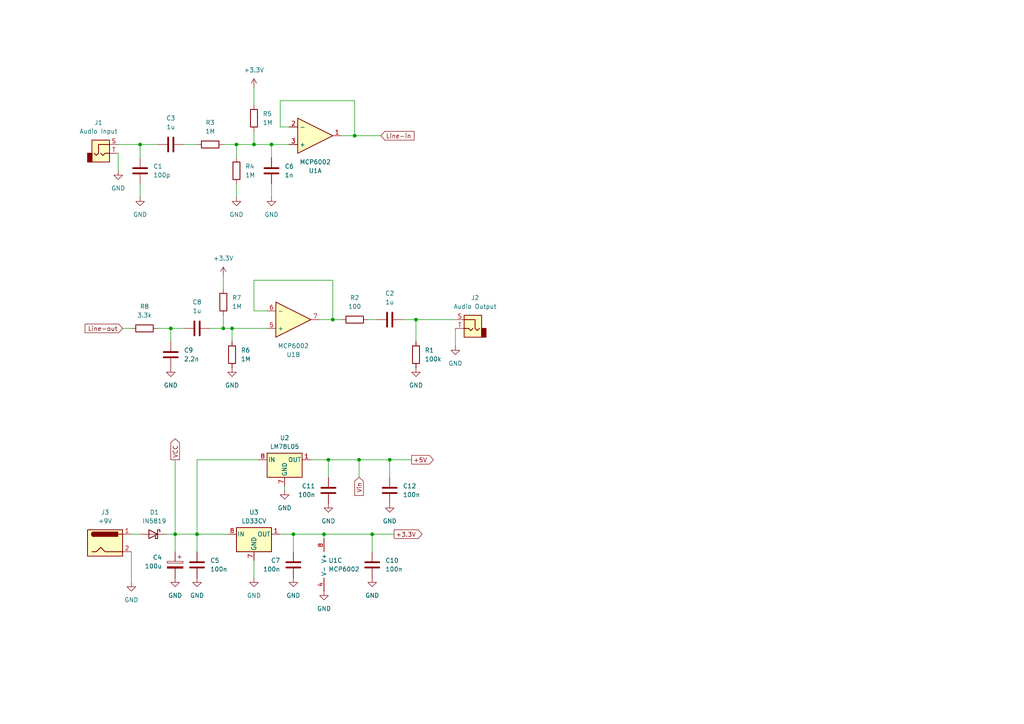
<source format=kicad_sch>
(kicad_sch (version 20250114) (generator "eeschema") (generator_version "9.0")
  (paper "A4")
  (lib_symbols
    (symbol "Connector:Barrel_Jack" (pin_names (offset 1.016))
      (property "Reference" "J" (at 0 5.334 0))
      (property "Value" "Barrel_Jack" (at 0 -5.08 0))
      (symbol "Barrel_Jack_0_1"
        (rectangle (start -5.08 3.81) (end 5.08 -3.81) (stroke (width 0.254)) (fill (type background)))
        (polyline (pts (xy -3.81 -2.54) (xy -2.54 -2.54) (xy -1.27 -1.27) (xy 0 -2.54) (xy 2.54 -2.54) (xy 5.08 -2.54)) (stroke (width 0.254)))
        (arc (start -3.302 1.905) (mid -3.9343 2.54) (end -3.302 3.175) (stroke (width 0.254)))
        (arc (start -3.302 1.905) (mid -3.9343 2.54) (end -3.302 3.175) (stroke (width 0.254)) (fill (type outline)))
        (rectangle (start 3.683 3.175) (end -3.302 1.905) (stroke (width 0.254)) (fill (type outline)))
        (polyline (pts (xy 5.08 2.54) (xy 3.81 2.54)) (stroke (width 0.254)))
      )
      (symbol "Barrel_Jack_1_1"
        (pin passive line (at 7.62 2.54 180) (length 2.54) (name "~") (number "1"))
        (pin passive line (at 7.62 -2.54 180) (length 2.54) (name "~") (number "2"))
      )
    )
    (symbol "Connector_Audio:AudioJack2"
      (property "Reference" "J" (at 0 8.89 0))
      (property "Value" "AudioJack2" (at 0 6.35 0))
      (symbol "AudioJack2_0_1"
        (rectangle (start -3.81 0) (end -2.54 -2.54) (stroke (width 0.254)) (fill (type outline)))
        (rectangle (start -2.54 3.81) (end 2.54 -2.54) (stroke (width 0.254)) (fill (type background)))
        (polyline (pts (xy 0 0) (xy 0.635 -0.635) (xy 1.27 0) (xy 2.54 0)) (stroke (width 0.254)))
        (polyline (pts (xy 2.54 2.54) (xy -0.635 2.54) (xy -0.635 0) (xy -1.27 -0.635) (xy -1.905 0)) (stroke (width 0.254)))
      )
      (symbol "AudioJack2_1_1"
        (pin passive line (at 5.08 2.54 180) (length 2.54) (name "~") (number "S"))
        (pin passive line (at 5.08 0 180) (length 2.54) (name "~") (number "T"))
      )
    )
    (symbol "Device:C" (pin_numbers (hide yes)) (pin_names (offset 0.254))
      (property "Reference" "C" (at 0.635 2.54 0))
      (property "Value" "C" (at 0.635 -2.54 0))
      (symbol "C_0_1"
        (polyline (pts (xy -2.032 0.762) (xy 2.032 0.762)) (stroke (width 0.508)))
        (polyline (pts (xy -2.032 -0.762) (xy 2.032 -0.762)) (stroke (width 0.508)))
      )
      (symbol "C_1_1"
        (pin passive line (at 0 3.81 270) (length 2.794) (name "~") (number "1"))
        (pin passive line (at 0 -3.81 90) (length 2.794) (name "~") (number "2"))
      )
    )
    (symbol "Device:C_Polarized" (pin_numbers (hide yes)) (pin_names (offset 0.254))
      (property "Reference" "C" (at 0.635 2.54 0))
      (property "Value" "C_Polarized" (at 0.635 -2.54 0))
      (symbol "C_Polarized_0_1"
        (rectangle (start -2.286 0.508) (end 2.286 1.016))
        (polyline (pts (xy -1.778 2.286) (xy -0.762 2.286)))
        (polyline (pts (xy -1.27 2.794) (xy -1.27 1.778)))
        (rectangle (start 2.286 -0.508) (end -2.286 -1.016) (fill (type outline)))
      )
      (symbol "C_Polarized_1_1"
        (pin passive line (at 0 3.81 270) (length 2.794) (name "~") (number "1"))
        (pin passive line (at 0 -3.81 90) (length 2.794) (name "~") (number "2"))
      )
    )
    (symbol "Device:D_Schottky" (pin_numbers (hide yes)) (pin_names (offset 1.016) (hide yes))
      (property "Reference" "D" (at 0 2.54 0))
      (property "Value" "D_Schottky" (at 0 -2.54 0))
      (symbol "D_Schottky_0_1"
        (polyline (pts (xy -1.905 0.635) (xy -1.905 1.27) (xy -1.27 1.27) (xy -1.27 -1.27) (xy -0.635 -1.27) (xy -0.635 -0.635)) (stroke (width 0.254)))
        (polyline (pts (xy 1.27 1.27) (xy 1.27 -1.27) (xy -1.27 0) (xy 1.27 1.27)) (stroke (width 0.254)))
        (polyline (pts (xy 1.27 0) (xy -1.27 0)))
      )
      (symbol "D_Schottky_1_1"
        (pin passive line (at -3.81 0 0) (length 2.54) (name "K") (number "1"))
        (pin passive line (at 3.81 0 180) (length 2.54) (name "A") (number "2"))
      )
    )
    (symbol "Device:Opamp_Dual"
      (property "Reference" "U" (at 0 5.08 0))
      (property "Value" "Opamp_Dual" (at 0 -5.08 0))
      (symbol "Opamp_Dual_1_1"
        (polyline (pts (xy -5.08 5.08) (xy 5.08 0) (xy -5.08 -5.08) (xy -5.08 5.08)) (stroke (width 0.254)) (fill (type background)))
        (pin input line (at -7.62 2.54 0) (length 2.54) (name "+") (number "3"))
        (pin input line (at -7.62 -2.54 0) (length 2.54) (name "-") (number "2"))
        (pin output line (at 7.62 0 180) (length 2.54) (name "~") (number "1"))
      )
      (symbol "Opamp_Dual_2_1"
        (polyline (pts (xy -5.08 5.08) (xy 5.08 0) (xy -5.08 -5.08) (xy -5.08 5.08)) (stroke (width 0.254)) (fill (type background)))
        (pin input line (at -7.62 2.54 0) (length 2.54) (name "+") (number "5"))
        (pin input line (at -7.62 -2.54 0) (length 2.54) (name "-") (number "6"))
        (pin output line (at 7.62 0 180) (length 2.54) (name "~") (number "7"))
      )
      (symbol "Opamp_Dual_3_1"
        (pin power_in line (at -2.54 7.62 270) (length 3.81) (name "V+") (number "8"))
        (pin power_in line (at -2.54 -7.62 90) (length 3.81) (name "V-") (number "4"))
      )
    )
    (symbol "Device:R" (pin_numbers (hide yes)) (pin_names (offset 0))
      (property "Reference" "R" (at 2.032 0 90))
      (property "Value" "R" (at 0 0 90))
      (symbol "R_0_1"
        (rectangle (start -1.016 -2.54) (end 1.016 2.54) (stroke (width 0.254)))
      )
      (symbol "R_1_1"
        (pin passive line (at 0 3.81 270) (length 1.27) (name "~") (number "1"))
        (pin passive line (at 0 -3.81 90) (length 1.27) (name "~") (number "2"))
      )
    )
    (symbol "Regulator_Linear:LM78L05_SO8" (pin_names (offset 0.254))
      (property "Reference" "U" (at -3.81 3.175 0))
      (property "Value" "LM78L05_SO8" (at 0 3.175 0))
      (symbol "LM78L05_SO8_0_1"
        (rectangle (start -5.08 1.905) (end 5.08 -5.08) (stroke (width 0.254)) (fill (type background)))
      )
      (symbol "LM78L05_SO8_1_1"
        (pin power_in line (at -7.62 0 0) (length 2.54) (name "IN") (number "8"))
        (pin no_connect line (at -5.08 -2.54 0) (length 2.54) (hide yes) (name "NC") (number "4"))
        (pin passive line (at 0 -7.62 90) (length 2.54) (hide yes) (name "GND") (number "2"))
        (pin passive line (at 0 -7.62 90) (length 2.54) (hide yes) (name "GND") (number "3"))
        (pin passive line (at 0 -7.62 90) (length 2.54) (hide yes) (name "GND") (number "6"))
        (pin power_in line (at 0 -7.62 90) (length 2.54) (name "GND") (number "7"))
        (pin no_connect line (at 5.08 -2.54 180) (length 2.54) (hide yes) (name "NC") (number "5"))
        (pin power_out line (at 7.62 0 180) (length 2.54) (name "OUT") (number "1"))
      )
    )
    (symbol "power:+3.3V" (power) (pin_numbers (hide yes)) (pin_names (offset 0) (hide yes))
      (property "Value" "+3.3V" (at 0 3.556 0))
      (symbol "+3.3V_0_1"
        (polyline (pts (xy -0.762 1.27) (xy 0 2.54)))
        (polyline (pts (xy 0 2.54) (xy 0.762 1.27)))
        (polyline (pts (xy 0 0) (xy 0 2.54)))
      )
      (symbol "+3.3V_1_1"
        (pin power_in line (at 0 0 90) (length 0) (name "~") (number "1"))
      )
    )
    (symbol "power:GND" (power) (pin_numbers (hide yes)) (pin_names (offset 0) (hide yes))
      (property "Value" "GND" (at 0 -3.81 0))
      (symbol "GND_0_1"
        (polyline (pts (xy 0 0) (xy 0 -1.27) (xy 1.27 -1.27) (xy 0 -2.54) (xy -1.27 -1.27) (xy 0 -1.27)))
      )
      (symbol "GND_1_1"
        (pin power_in line (at 0 0 270) (length 0) (name "~") (number "1"))
      )
    )
  )
  (junction (at 96.52 92.71))
  (junction (at 102.87 39.37))
  (junction (at 57.15 154.94))
  (junction (at 50.8 154.94))
  (junction (at 104.14 133.35))
  (junction (at 85.09 154.94))
  (junction (at 49.53 95.25))
  (junction (at 113.03 133.35))
  (junction (at 40.64 41.91))
  (junction (at 68.58 41.91))
  (junction (at 120.65 92.71))
  (junction (at 67.31 95.25))
  (junction (at 107.95 154.94))
  (junction (at 73.66 41.91))
  (junction (at 93.98 154.94))
  (junction (at 78.74 41.91))
  (junction (at 64.77 95.25))
  (junction (at 95.25 133.35))
  (wire (pts (xy 50.8 133.35) (xy 50.8 154.94)))
  (wire (pts (xy 93.98 154.94) (xy 107.95 154.94)))
  (wire (pts (xy 81.28 36.83) (xy 81.28 29.21)))
  (wire (pts (xy 77.47 90.17) (xy 73.66 90.17)))
  (wire (pts (xy 50.8 154.94) (xy 50.8 160.02)))
  (wire (pts (xy 34.29 44.45) (xy 34.29 49.53)))
  (wire (pts (xy 113.03 133.35) (xy 119.38 133.35)))
  (wire (pts (xy 67.31 95.25) (xy 77.47 95.25)))
  (wire (pts (xy 73.66 162.56) (xy 73.66 167.64)))
  (wire (pts (xy 116.84 92.71) (xy 120.65 92.71)))
  (wire (pts (xy 49.53 95.25) (xy 53.34 95.25)))
  (wire (pts (xy 90.17 133.35) (xy 95.25 133.35)))
  (wire (pts (xy 102.87 39.37) (xy 110.49 39.37)))
  (wire (pts (xy 64.77 95.25) (xy 64.77 91.44)))
  (wire (pts (xy 38.1 154.94) (xy 40.64 154.94)))
  (wire (pts (xy 64.77 80.01) (xy 64.77 83.82)))
  (wire (pts (xy 73.66 41.91) (xy 78.74 41.91)))
  (wire (pts (xy 50.8 154.94) (xy 57.15 154.94)))
  (wire (pts (xy 64.77 41.91) (xy 68.58 41.91)))
  (wire (pts (xy 83.82 36.83) (xy 81.28 36.83)))
  (wire (pts (xy 45.72 95.25) (xy 49.53 95.25)))
  (wire (pts (xy 82.55 140.97) (xy 82.55 142.24)))
  (wire (pts (xy 107.95 154.94) (xy 114.3 154.94)))
  (wire (pts (xy 78.74 53.34) (xy 78.74 57.15)))
  (wire (pts (xy 73.66 25.4) (xy 73.66 30.48)))
  (wire (pts (xy 57.15 154.94) (xy 57.15 133.35)))
  (wire (pts (xy 85.09 154.94) (xy 93.98 154.94)))
  (wire (pts (xy 35.56 95.25) (xy 38.1 95.25)))
  (wire (pts (xy 53.34 41.91) (xy 57.15 41.91)))
  (wire (pts (xy 67.31 95.25) (xy 67.31 99.06)))
  (wire (pts (xy 95.25 133.35) (xy 95.25 138.43)))
  (wire (pts (xy 107.95 154.94) (xy 107.95 160.02)))
  (wire (pts (xy 78.74 41.91) (xy 78.74 45.72)))
  (wire (pts (xy 40.64 41.91) (xy 40.64 45.72)))
  (wire (pts (xy 48.26 154.94) (xy 50.8 154.94)))
  (wire (pts (xy 40.64 53.34) (xy 40.64 57.15)))
  (wire (pts (xy 93.98 154.94) (xy 93.98 156.21)))
  (wire (pts (xy 68.58 41.91) (xy 73.66 41.91)))
  (wire (pts (xy 96.52 92.71) (xy 99.06 92.71)))
  (wire (pts (xy 40.64 41.91) (xy 45.72 41.91)))
  (wire (pts (xy 106.68 92.71) (xy 109.22 92.71)))
  (wire (pts (xy 60.96 95.25) (xy 64.77 95.25)))
  (wire (pts (xy 73.66 81.28) (xy 96.52 81.28)))
  (wire (pts (xy 68.58 41.91) (xy 68.58 45.72)))
  (wire (pts (xy 68.58 53.34) (xy 68.58 57.15)))
  (wire (pts (xy 104.14 133.35) (xy 104.14 138.43)))
  (wire (pts (xy 57.15 154.94) (xy 66.04 154.94)))
  (wire (pts (xy 102.87 39.37) (xy 99.06 39.37)))
  (wire (pts (xy 102.87 29.21) (xy 102.87 39.37)))
  (wire (pts (xy 73.66 38.1) (xy 73.66 41.91)))
  (wire (pts (xy 96.52 92.71) (xy 92.71 92.71)))
  (wire (pts (xy 120.65 92.71) (xy 132.08 92.71)))
  (wire (pts (xy 96.52 81.28) (xy 96.52 92.71)))
  (wire (pts (xy 85.09 154.94) (xy 85.09 160.02)))
  (wire (pts (xy 113.03 133.35) (xy 113.03 138.43)))
  (wire (pts (xy 73.66 90.17) (xy 73.66 81.28)))
  (wire (pts (xy 78.74 41.91) (xy 83.82 41.91)))
  (wire (pts (xy 57.15 133.35) (xy 74.93 133.35)))
  (wire (pts (xy 95.25 133.35) (xy 104.14 133.35)))
  (wire (pts (xy 49.53 95.25) (xy 49.53 99.06)))
  (wire (pts (xy 81.28 154.94) (xy 85.09 154.94)))
  (wire (pts (xy 81.28 29.21) (xy 102.87 29.21)))
  (wire (pts (xy 57.15 154.94) (xy 57.15 160.02)))
  (wire (pts (xy 104.14 133.35) (xy 113.03 133.35)))
  (wire (pts (xy 132.08 95.25) (xy 132.08 100.33)))
  (wire (pts (xy 34.29 41.91) (xy 40.64 41.91)))
  (wire (pts (xy 120.65 92.71) (xy 120.65 99.06)))
  (wire (pts (xy 38.1 160.02) (xy 38.1 168.91)))
  (wire (pts (xy 64.77 95.25) (xy 67.31 95.25)))
  (global_label "Line-in" (shape input) (at 110.49 39.37 0) (property "Intersheetrefs" "${INTERSHEET_REFS}" (effects (hide yes))))
  (global_label "+5V" (shape output) (at 119.38 133.35 0) (property "Intersheetrefs" "${INTERSHEET_REFS}" (effects (hide yes))))
  (global_label "VCC" (shape output) (at 50.8 133.35 90) (property "Intersheetrefs" "${INTERSHEET_REFS}" (effects (hide yes))))
  (global_label "Line-out" (shape input) (at 35.56 95.25 180) (property "Intersheetrefs" "${INTERSHEET_REFS}" (effects (hide yes))))
  (global_label "+3.3V" (shape output) (at 114.3 154.94 0) (property "Intersheetrefs" "${INTERSHEET_REFS}" (effects (hide yes))))
  (global_label "Vin" (shape input) (at 104.14 138.43 270) (property "Intersheetrefs" "${INTERSHEET_REFS}" (effects (hide yes))))
  (symbol (lib_id "power:GND") (at 113.03 146.05 0) (unit 1)
    (property "Reference" "#PWR019" (effects (hide yes)))
    (property "Value" "GND" (at 113.03 151.13 0))
    (property "Description" "Power symbol creates a global label with name \"GND\" , ground" (effects (hide yes)))
  )
  (symbol (lib_id "power:GND") (at 107.95 167.64 0) (unit 1)
    (property "Reference" "#PWR017" (effects (hide yes)))
    (property "Value" "GND" (at 107.95 172.72 0))
    (property "Description" "Power symbol creates a global label with name \"GND\" , ground" (effects (hide yes)))
  )
  (symbol (lib_id "power:GND") (at 50.8 167.64 0) (unit 1)
    (property "Reference" "#PWR07" (effects (hide yes)))
    (property "Value" "GND" (at 50.8 172.72 0))
    (property "Description" "Power symbol creates a global label with name \"GND\" , ground" (effects (hide yes)))
  )
  (symbol (lib_id "Device:R") (at 73.66 34.29 0) (unit 1)
    (property "Reference" "R5" (at 76.2 33.0199 0) (effects (justify left)))
    (property "Value" "1M" (at 76.2 35.5599 0) (effects (justify left)))
    (property "Description" "Resistor" (effects (hide yes)))
  )
  (symbol (lib_id "Device:C") (at 49.53 102.87 0) (unit 1)
    (property "Reference" "C9" (at 53.34 101.5999 0) (effects (justify left)))
    (property "Value" "2.2n" (at 53.34 104.1399 0) (effects (justify left)))
    (property "Description" "Unpolarized capacitor" (effects (hide yes)))
  )
  (symbol (lib_id "power:GND") (at 95.25 146.05 0) (unit 1)
    (property "Reference" "#PWR018" (effects (hide yes)))
    (property "Value" "GND" (at 95.25 151.13 0))
    (property "Description" "Power symbol creates a global label with name \"GND\" , ground" (effects (hide yes)))
  )
  (symbol (lib_id "Device:C") (at 78.74 49.53 0) (unit 1)
    (property "Reference" "C6" (at 82.55 48.2599 0) (effects (justify left)))
    (property "Value" "1n" (at 82.55 50.7999 0) (effects (justify left)))
    (property "Description" "Unpolarized capacitor" (effects (hide yes)))
  )
  (symbol (lib_id "Device:C") (at 95.25 142.24 0) (mirror y) (unit 1)
    (property "Reference" "C11" (at 91.44 140.9699 0) (effects (justify left)))
    (property "Value" "100n" (at 91.44 143.5099 0) (effects (justify left)))
    (property "Description" "Unpolarized capacitor" (effects (hide yes)))
  )
  (symbol (lib_id "Device:R") (at 67.31 102.87 0) (unit 1)
    (property "Reference" "R6" (at 69.85 101.5999 0) (effects (justify left)))
    (property "Value" "1M" (at 69.85 104.1399 0) (effects (justify left)))
    (property "Description" "Resistor" (effects (hide yes)))
  )
  (symbol (lib_id "Device:C") (at 85.09 163.83 0) (mirror y) (unit 1)
    (property "Reference" "C7" (at 81.28 162.5599 0) (effects (justify left)))
    (property "Value" "100n" (at 81.28 165.0999 0) (effects (justify left)))
    (property "Description" "Unpolarized capacitor" (effects (hide yes)))
  )
  (symbol (lib_id "Device:R") (at 60.96 41.91 270) (unit 1)
    (property "Reference" "R3" (at 60.96 35.56 90))
    (property "Value" "1M" (at 60.96 38.1 90))
    (property "Description" "Resistor" (effects (hide yes)))
  )
  (symbol (lib_id "Connector_Audio:AudioJack2") (at 137.16 95.25 0) (mirror y) (unit 1)
    (property "Reference" "J2" (at 137.795 86.36 0))
    (property "Value" "Audio Output" (at 137.795 88.9 0))
    (property "Description" "Audio Jack, 2 Poles (Mono / TS)" (effects (hide yes)))
  )
  (symbol (lib_id "power:GND") (at 85.09 167.64 0) (unit 1)
    (property "Reference" "#PWR016" (effects (hide yes)))
    (property "Value" "GND" (at 85.09 172.72 0))
    (property "Description" "Power symbol creates a global label with name \"GND\" , ground" (effects (hide yes)))
  )
  (symbol (lib_id "power:GND") (at 120.65 106.68 0) (unit 1)
    (property "Reference" "#PWR011" (effects (hide yes)))
    (property "Value" "GND" (at 120.65 111.76 0))
    (property "Description" "Power symbol creates a global label with name \"GND\" , ground" (effects (hide yes)))
  )
  (symbol (lib_id "Device:R") (at 64.77 87.63 0) (unit 1)
    (property "Reference" "R7" (at 67.31 86.3599 0) (effects (justify left)))
    (property "Value" "1M" (at 67.31 88.8999 0) (effects (justify left)))
    (property "Description" "Resistor" (effects (hide yes)))
  )
  (symbol (lib_id "power:+3.3V") (at 64.77 80.01 0) (unit 1)
    (property "Reference" "#PWR010" (effects (hide yes)))
    (property "Value" "+3.3V" (at 64.77 74.93 0))
    (property "Description" "Power symbol creates a global label with name \"+3.3V\"" (effects (hide yes)))
  )
  (symbol (lib_id "power:GND") (at 82.55 142.24 0) (unit 1)
    (property "Reference" "#PWR015" (effects (hide yes)))
    (property "Value" "GND" (at 82.55 147.32 0))
    (property "Description" "Power symbol creates a global label with name \"GND\" , ground" (effects (hide yes)))
  )
  (symbol (lib_id "Device:C") (at 57.15 95.25 270) (unit 1)
    (property "Reference" "C8" (at 57.15 87.63 90))
    (property "Value" "1u" (at 57.15 90.17 90))
    (property "Description" "Unpolarized capacitor" (effects (hide yes)))
  )
  (symbol (lib_id "Device:Opamp_Dual") (at 91.44 39.37 0) (mirror x) (unit 1)
    (property "Reference" "U1" (at 91.44 49.53 0))
    (property "Value" "MCP6002" (at 91.44 46.99 0))
    (property "Description" "Dual operational amplifier" (effects (hide yes)))
    (property "Sim.Library" "${KICAD9_SYMBOL_DIR}/Simulation_SPICE.sp" (effects (hide yes)))
    (property "Sim.Name" "kicad_builtin_opamp_dual" (effects (hide yes)))
    (property "Sim.Device" "SUBCKT" (effects (hide yes)))
    (property "Sim.Pins" "1=out1 2=in1- 3=in1+ 4=vee 5=in2+ 6=in2- 7=out2 8=vcc" (effects (hide yes)))
  )
  (symbol (lib_id "Regulator_Linear:LM78L05_SO8") (at 82.55 133.35 0) (unit 1)
    (property "Reference" "U2" (at 82.55 127 0))
    (property "Value" "LM78L05" (at 82.55 129.54 0))
    (property "Footprint" "Package_SO:SOIC-8_3.9x4.9mm_P1.27mm" (effects (hide yes)))
    (property "Datasheet" "https://www.onsemi.com/pub/Collateral/MC78L06A-D.pdf" (effects (hide yes)))
    (property "Description" "Positive 100mA 30V Linear Regulator, Fixed Output 5V, SO-8" (effects (hide yes)))
  )
  (symbol (lib_id "power:GND") (at 34.29 49.53 0) (unit 1)
    (property "Reference" "#PWR01" (effects (hide yes)))
    (property "Value" "GND" (at 34.29 54.61 0))
    (property "Description" "Power symbol creates a global label with name \"GND\" , ground" (effects (hide yes)))
  )
  (symbol (lib_id "power:GND") (at 38.1 168.91 0) (unit 1)
    (property "Reference" "#PWR06" (effects (hide yes)))
    (property "Value" "GND" (at 38.1 173.99 0))
    (property "Description" "Power symbol creates a global label with name \"GND\" , ground" (effects (hide yes)))
  )
  (symbol (lib_id "power:GND") (at 49.53 106.68 0) (unit 1)
    (property "Reference" "#PWR08" (effects (hide yes)))
    (property "Value" "GND" (at 49.53 111.76 0))
    (property "Description" "Power symbol creates a global label with name \"GND\" , ground" (effects (hide yes)))
  )
  (symbol (lib_id "Device:C") (at 57.15 163.83 0) (unit 1)
    (property "Reference" "C5" (at 60.96 162.5599 0) (effects (justify left)))
    (property "Value" "100n" (at 60.96 165.0999 0) (effects (justify left)))
    (property "Description" "Unpolarized capacitor" (effects (hide yes)))
  )
  (symbol (lib_id "Device:R") (at 102.87 92.71 270) (unit 1)
    (property "Reference" "R2" (at 102.87 86.36 90))
    (property "Value" "100" (at 102.87 88.9 90))
    (property "Description" "Resistor" (effects (hide yes)))
  )
  (symbol (lib_id "Device:C") (at 49.53 41.91 270) (unit 1)
    (property "Reference" "C3" (at 49.53 34.29 90))
    (property "Value" "1u" (at 49.53 36.83 90))
    (property "Description" "Unpolarized capacitor" (effects (hide yes)))
  )
  (symbol (lib_id "power:GND") (at 132.08 100.33 0) (unit 1)
    (property "Reference" "#PWR012" (effects (hide yes)))
    (property "Value" "GND" (at 132.08 105.41 0))
    (property "Description" "Power symbol creates a global label with name \"GND\" , ground" (effects (hide yes)))
  )
  (symbol (lib_id "power:GND") (at 67.31 106.68 0) (unit 1)
    (property "Reference" "#PWR09" (effects (hide yes)))
    (property "Value" "GND" (at 67.31 111.76 0))
    (property "Description" "Power symbol creates a global label with name \"GND\" , ground" (effects (hide yes)))
  )
  (symbol (lib_id "Device:C_Polarized") (at 50.8 163.83 0) (mirror y) (unit 1)
    (property "Reference" "C4" (at 46.99 161.6709 0) (effects (justify left)))
    (property "Value" "100u" (at 46.99 164.2109 0) (effects (justify left)))
    (property "Description" "Polarized capacitor" (effects (hide yes)))
  )
  (symbol (lib_id "Device:C") (at 113.03 92.71 270) (unit 1)
    (property "Reference" "C2" (at 113.03 85.09 90))
    (property "Value" "1u" (at 113.03 87.63 90))
    (property "Description" "Unpolarized capacitor" (effects (hide yes)))
  )
  (symbol (lib_id "Device:R") (at 120.65 102.87 0) (unit 1)
    (property "Reference" "R1" (at 123.19 101.5999 0) (effects (justify left)))
    (property "Value" "100k" (at 123.19 104.1399 0) (effects (justify left)))
    (property "Description" "Resistor" (effects (hide yes)))
  )
  (symbol (lib_id "power:GND") (at 93.98 171.45 0) (unit 1)
    (property "Reference" "#PWR020" (effects (hide yes)))
    (property "Value" "GND" (at 93.98 176.53 0))
    (property "Description" "Power symbol creates a global label with name \"GND\" , ground" (effects (hide yes)))
  )
  (symbol (lib_id "power:GND") (at 40.64 57.15 0) (unit 1)
    (property "Reference" "#PWR02" (effects (hide yes)))
    (property "Value" "GND" (at 40.64 62.23 0))
    (property "Description" "Power symbol creates a global label with name \"GND\" , ground" (effects (hide yes)))
  )
  (symbol (lib_id "power:+3.3V") (at 73.66 25.4 0) (unit 1)
    (property "Reference" "#PWR03" (effects (hide yes)))
    (property "Value" "+3.3V" (at 73.66 20.32 0))
    (property "Description" "Power symbol creates a global label with name \"+3.3V\"" (effects (hide yes)))
  )
  (symbol (lib_id "Device:R") (at 41.91 95.25 270) (unit 1)
    (property "Reference" "R8" (at 41.91 88.9 90))
    (property "Value" "3.3k" (at 41.91 91.44 90))
    (property "Description" "Resistor" (effects (hide yes)))
  )
  (symbol (lib_id "Device:D_Schottky") (at 44.45 154.94 0) (mirror y) (unit 1)
    (property "Reference" "D1" (at 44.7675 148.59 0))
    (property "Value" "IN5819" (at 44.7675 151.13 0))
    (property "Description" "Schottky diode" (effects (hide yes)))
  )
  (symbol (lib_id "Regulator_Linear:LM78L05_SO8") (at 73.66 154.94 0) (unit 1)
    (property "Reference" "U3" (at 73.66 148.59 0))
    (property "Value" "LD33CV" (at 73.66 151.13 0))
    (property "Footprint" "Package_SO:SOIC-8_3.9x4.9mm_P1.27mm" (effects (hide yes)))
    (property "Datasheet" "https://www.onsemi.com/pub/Collateral/MC78L06A-D.pdf" (effects (hide yes)))
    (property "Description" "Positive 100mA 30V Linear Regulator, Fixed Output 5V, SO-8" (effects (hide yes)))
  )
  (symbol (lib_id "power:GND") (at 68.58 57.15 0) (unit 1)
    (property "Reference" "#PWR04" (effects (hide yes)))
    (property "Value" "GND" (at 68.58 62.23 0))
    (property "Description" "Power symbol creates a global label with name \"GND\" , ground" (effects (hide yes)))
  )
  (symbol (lib_id "Device:Opamp_Dual") (at 85.09 92.71 0) (mirror x) (unit 2)
    (property "Reference" "U1" (at 85.09 102.87 0))
    (property "Value" "MCP6002" (at 85.09 100.33 0))
    (property "Description" "Dual operational amplifier" (effects (hide yes)))
    (property "Sim.Library" "${KICAD9_SYMBOL_DIR}/Simulation_SPICE.sp" (effects (hide yes)))
    (property "Sim.Name" "kicad_builtin_opamp_dual" (effects (hide yes)))
    (property "Sim.Device" "SUBCKT" (effects (hide yes)))
    (property "Sim.Pins" "1=out1 2=in1- 3=in1+ 4=vee 5=in2+ 6=in2- 7=out2 8=vcc" (effects (hide yes)))
  )
  (symbol (lib_id "Connector_Audio:AudioJack2") (at 29.21 44.45 0) (unit 1)
    (property "Reference" "J1" (at 28.575 35.56 0))
    (property "Value" "Audio Input" (at 28.575 38.1 0))
    (property "Description" "Audio Jack, 2 Poles (Mono / TS)" (effects (hide yes)))
  )
  (symbol (lib_id "Device:Opamp_Dual") (at 96.52 163.83 0) (unit 3)
    (property "Reference" "U1" (at 95.25 162.5599 0) (effects (justify left)))
    (property "Value" "MCP6002" (at 95.25 165.0999 0) (effects (justify left)))
    (property "Description" "Dual operational amplifier" (effects (hide yes)))
    (property "Sim.Library" "${KICAD9_SYMBOL_DIR}/Simulation_SPICE.sp" (effects (hide yes)))
    (property "Sim.Name" "kicad_builtin_opamp_dual" (effects (hide yes)))
    (property "Sim.Device" "SUBCKT" (effects (hide yes)))
    (property "Sim.Pins" "1=out1 2=in1- 3=in1+ 4=vee 5=in2+ 6=in2- 7=out2 8=vcc" (effects (hide yes)))
  )
  (symbol (lib_id "Device:C") (at 40.64 49.53 0) (unit 1)
    (property "Reference" "C1" (at 44.45 48.2599 0) (effects (justify left)))
    (property "Value" "100p" (at 44.45 50.7999 0) (effects (justify left)))
    (property "Description" "Unpolarized capacitor" (effects (hide yes)))
  )
  (symbol (lib_id "power:GND") (at 57.15 167.64 0) (unit 1)
    (property "Reference" "#PWR013" (effects (hide yes)))
    (property "Value" "GND" (at 57.15 172.72 0))
    (property "Description" "Power symbol creates a global label with name \"GND\" , ground" (effects (hide yes)))
  )
  (symbol (lib_id "Device:R") (at 68.58 49.53 0) (unit 1)
    (property "Reference" "R4" (at 71.12 48.2599 0) (effects (justify left)))
    (property "Value" "1M" (at 71.12 50.7999 0) (effects (justify left)))
    (property "Description" "Resistor" (effects (hide yes)))
  )
  (symbol (lib_id "Device:C") (at 107.95 163.83 0) (unit 1)
    (property "Reference" "C10" (at 111.76 162.5599 0) (effects (justify left)))
    (property "Value" "100n" (at 111.76 165.0999 0) (effects (justify left)))
    (property "Description" "Unpolarized capacitor" (effects (hide yes)))
  )
  (symbol (lib_id "power:GND") (at 78.74 57.15 0) (unit 1)
    (property "Reference" "#PWR05" (effects (hide yes)))
    (property "Value" "GND" (at 78.74 62.23 0))
    (property "Description" "Power symbol creates a global label with name \"GND\" , ground" (effects (hide yes)))
  )
  (symbol (lib_id "Device:C") (at 113.03 142.24 0) (unit 1)
    (property "Reference" "C12" (at 116.84 140.9699 0) (effects (justify left)))
    (property "Value" "100n" (at 116.84 143.5099 0) (effects (justify left)))
    (property "Description" "Unpolarized capacitor" (effects (hide yes)))
  )
  (symbol (lib_id "Connector:Barrel_Jack") (at 30.48 157.48 0) (unit 1)
    (property "Reference" "J3" (at 30.48 148.59 0))
    (property "Value" "+9V" (at 30.48 151.13 0))
    (property "Description" "DC Barrel Jack" (effects (hide yes)))
  )
  (symbol (lib_id "power:GND") (at 73.66 167.64 0) (unit 1)
    (property "Reference" "#PWR014" (effects (hide yes)))
    (property "Value" "GND" (at 73.66 172.72 0))
    (property "Description" "Power symbol creates a global label with name \"GND\" , ground" (effects (hide yes)))
  )
)
</source>
